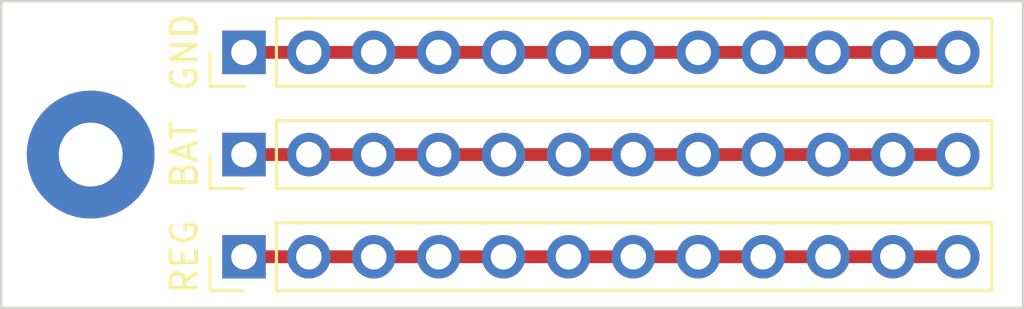
<source format=kicad_pcb>
(kicad_pcb (version 20221018) (generator pcbnew)
  (title_block (title "Proto Power Rails") (date "2023-06-10") (rev "0"))
  (layers (0 "F.Cu" signal) (31 "B.Cu" signal) (34 "B.Paste" user) (35 "F.Paste" user) (36 "B.SilkS" user "B.Silkscreen") (37 "F.SilkS" user "F.Silkscreen") (38 "B.Mask" user) (39 "F.Mask" user) (44 "Edge.Cuts" user))
  (net 0 "")
  (footprint "Connector_PinHeader_2.54mm:PinHeader_1x12_P2.54mm_Vertical" (layer "F.Cu") (at 137.5 102 90)
    (fp_text reference "GND" (at 0 -2.33 90) (layer "F.SilkS"))
    (fp_text value "PinHeader_1x12_P2.54mm_Vertical" hide)
    (fp_line (start -1.33 -1.33) (end 0 -1.33) (stroke (width 0.12)) (layer "F.SilkS"))
    (fp_line (start -1.33 0) (end -1.33 -1.33) (stroke (width 0.12)) (layer "F.SilkS"))
    (fp_line (start -1.33 1.27) (end -1.33 29.27) (stroke (width 0.12)) (layer "F.SilkS"))
    (fp_line (start -1.33 1.27) (end 1.33 1.27) (stroke (width 0.12)) (layer "F.SilkS"))
    (fp_line (start -1.33 29.27) (end 1.33 29.27) (stroke (width 0.12)) (layer "F.SilkS"))
    (fp_line (start 1.33 1.27) (end 1.33 29.27) (stroke (width 0.12)) (layer "F.SilkS"))
    (pad "1" thru_hole rect (at 0 0 90) (size 1.7 1.7) (drill 1) (layers "*.Cu" "*.Mask"))
    (pad "2" thru_hole oval (at 0 2.54 90) (size 1.7 1.7) (drill 1) (layers "*.Cu" "*.Mask"))
    (pad "3" thru_hole oval (at 0 5.08 90) (size 1.7 1.7) (drill 1) (layers "*.Cu" "*.Mask"))
    (pad "4" thru_hole oval (at 0 7.62 90) (size 1.7 1.7) (drill 1) (layers "*.Cu" "*.Mask"))
    (pad "5" thru_hole oval (at 0 10.16 90) (size 1.7 1.7) (drill 1) (layers "*.Cu" "*.Mask"))
    (pad "6" thru_hole oval (at 0 12.7 90) (size 1.7 1.7) (drill 1) (layers "*.Cu" "*.Mask"))
    (pad "7" thru_hole oval (at 0 15.24 90) (size 1.7 1.7) (drill 1) (layers "*.Cu" "*.Mask"))
    (pad "8" thru_hole oval (at 0 17.78 90) (size 1.7 1.7) (drill 1) (layers "*.Cu" "*.Mask"))
    (pad "9" thru_hole oval (at 0 20.32 90) (size 1.7 1.7) (drill 1) (layers "*.Cu" "*.Mask"))
    (pad "10" thru_hole oval (at 0 22.86 90) (size 1.7 1.7) (drill 1) (layers "*.Cu" "*.Mask"))
    (pad "11" thru_hole oval (at 0 25.4 90) (size 1.7 1.7) (drill 1) (layers "*.Cu" "*.Mask"))
    (pad "12" thru_hole oval (at 0 27.94 90) (size 1.7 1.7) (drill 1) (layers "*.Cu" "*.Mask"))
  )
  (footprint "MountingHole:MountingHole_2.5mm_Pad" (layer "F.Cu") (at 131.5 106)
    (fp_text reference "REF**" hide)
    (fp_text value "MountingHole_2.5mm_Pad" hide)
    (pad "1" thru_hole circle (at 0 0) (size 5 5) (drill 2.5) (layers "*.Cu" "*.Mask"))
  )
  (footprint "Connector_PinHeader_2.54mm:PinHeader_1x12_P2.54mm_Vertical" (layer "F.Cu") (at 137.5 110 90)
    (fp_text reference "REG" (at 0 -2.33 90) (layer "F.SilkS"))
    (fp_text value "PinHeader_1x12_P2.54mm_Vertical" hide)
    (fp_line (start -1.33 -1.33) (end 0 -1.33) (stroke (width 0.12)) (layer "F.SilkS"))
    (fp_line (start -1.33 0) (end -1.33 -1.33) (stroke (width 0.12)) (layer "F.SilkS"))
    (fp_line (start -1.33 1.27) (end -1.33 29.27) (stroke (width 0.12)) (layer "F.SilkS"))
    (fp_line (start -1.33 1.27) (end 1.33 1.27) (stroke (width 0.12)) (layer "F.SilkS"))
    (fp_line (start -1.33 29.27) (end 1.33 29.27) (stroke (width 0.12)) (layer "F.SilkS"))
    (fp_line (start 1.33 1.27) (end 1.33 29.27) (stroke (width 0.12)) (layer "F.SilkS"))
    (pad "1" thru_hole rect (at 0 0 90) (size 1.7 1.7) (drill 1) (layers "*.Cu" "*.Mask"))
    (pad "2" thru_hole oval (at 0 2.54 90) (size 1.7 1.7) (drill 1) (layers "*.Cu" "*.Mask"))
    (pad "3" thru_hole oval (at 0 5.08 90) (size 1.7 1.7) (drill 1) (layers "*.Cu" "*.Mask"))
    (pad "4" thru_hole oval (at 0 7.62 90) (size 1.7 1.7) (drill 1) (layers "*.Cu" "*.Mask"))
    (pad "5" thru_hole oval (at 0 10.16 90) (size 1.7 1.7) (drill 1) (layers "*.Cu" "*.Mask"))
    (pad "6" thru_hole oval (at 0 12.7 90) (size 1.7 1.7) (drill 1) (layers "*.Cu" "*.Mask"))
    (pad "7" thru_hole oval (at 0 15.24 90) (size 1.7 1.7) (drill 1) (layers "*.Cu" "*.Mask"))
    (pad "8" thru_hole oval (at 0 17.78 90) (size 1.7 1.7) (drill 1) (layers "*.Cu" "*.Mask"))
    (pad "9" thru_hole oval (at 0 20.32 90) (size 1.7 1.7) (drill 1) (layers "*.Cu" "*.Mask"))
    (pad "10" thru_hole oval (at 0 22.86 90) (size 1.7 1.7) (drill 1) (layers "*.Cu" "*.Mask"))
    (pad "11" thru_hole oval (at 0 25.4 90) (size 1.7 1.7) (drill 1) (layers "*.Cu" "*.Mask"))
    (pad "12" thru_hole oval (at 0 27.94 90) (size 1.7 1.7) (drill 1) (layers "*.Cu" "*.Mask"))
  )
  (footprint "Connector_PinHeader_2.54mm:PinHeader_1x12_P2.54mm_Vertical" (layer "F.Cu") (at 137.5 106 90)
    (fp_text reference "BAT" (at 0 -2.33 90) (layer "F.SilkS"))
    (fp_text value "PinHeader_1x12_P2.54mm_Vertical" hide)
    (fp_line (start -1.33 -1.33) (end 0 -1.33) (stroke (width 0.12)) (layer "F.SilkS"))
    (fp_line (start -1.33 0) (end -1.33 -1.33) (stroke (width 0.12)) (layer "F.SilkS"))
    (fp_line (start -1.33 1.27) (end -1.33 29.27) (stroke (width 0.12)) (layer "F.SilkS"))
    (fp_line (start -1.33 1.27) (end 1.33 1.27) (stroke (width 0.12)) (layer "F.SilkS"))
    (fp_line (start -1.33 29.27) (end 1.33 29.27) (stroke (width 0.12)) (layer "F.SilkS"))
    (fp_line (start 1.33 1.27) (end 1.33 29.27) (stroke (width 0.12)) (layer "F.SilkS"))
    (pad "1" thru_hole rect (at 0 0 90) (size 1.7 1.7) (drill 1) (layers "*.Cu" "*.Mask"))
    (pad "2" thru_hole oval (at 0 2.54 90) (size 1.7 1.7) (drill 1) (layers "*.Cu" "*.Mask"))
    (pad "3" thru_hole oval (at 0 5.08 90) (size 1.7 1.7) (drill 1) (layers "*.Cu" "*.Mask"))
    (pad "4" thru_hole oval (at 0 7.62 90) (size 1.7 1.7) (drill 1) (layers "*.Cu" "*.Mask"))
    (pad "5" thru_hole oval (at 0 10.16 90) (size 1.7 1.7) (drill 1) (layers "*.Cu" "*.Mask"))
    (pad "6" thru_hole oval (at 0 12.7 90) (size 1.7 1.7) (drill 1) (layers "*.Cu" "*.Mask"))
    (pad "7" thru_hole oval (at 0 15.24 90) (size 1.7 1.7) (drill 1) (layers "*.Cu" "*.Mask"))
    (pad "8" thru_hole oval (at 0 17.78 90) (size 1.7 1.7) (drill 1) (layers "*.Cu" "*.Mask"))
    (pad "9" thru_hole oval (at 0 20.32 90) (size 1.7 1.7) (drill 1) (layers "*.Cu" "*.Mask"))
    (pad "10" thru_hole oval (at 0 22.86 90) (size 1.7 1.7) (drill 1) (layers "*.Cu" "*.Mask"))
    (pad "11" thru_hole oval (at 0 25.4 90) (size 1.7 1.7) (drill 1) (layers "*.Cu" "*.Mask"))
    (pad "12" thru_hole oval (at 0 27.94 90) (size 1.7 1.7) (drill 1) (layers "*.Cu" "*.Mask"))
  )
  (gr_rect (start 128 100) (end 168 112) (stroke (width 0.1)) (fill none) (layer "Edge.Cuts"))
  (segment (start 162.9 102) (end 165.44 102) (width 0.5) (layer "F.Cu") (net 0))
  (segment (start 152.74 106) (end 155.28 106) (width 0.5) (layer "F.Cu") (net 0))
  (segment (start 140.04 102) (end 142.58 102) (width 0.5) (layer "F.Cu") (net 0))
  (segment (start 160.36 106) (end 162.9 106) (width 0.5) (layer "F.Cu") (net 0))
  (segment (start 147.66 102) (end 150.2 102) (width 0.5) (layer "F.Cu") (net 0))
  (segment (start 160.36 110) (end 162.9 110) (width 0.5) (layer "F.Cu") (net 0))
  (segment (start 150.2 106) (end 152.74 106) (width 0.5) (layer "F.Cu") (net 0))
  (segment (start 157.82 106) (end 160.36 106) (width 0.5) (layer "F.Cu") (net 0))
  (segment (start 150.2 102) (end 152.74 102) (width 0.5) (layer "F.Cu") (net 0))
  (segment (start 155.28 102) (end 157.82 102) (width 0.5) (layer "F.Cu") (net 0))
  (segment (start 145.12 110) (end 147.66 110) (width 0.5) (layer "F.Cu") (net 0))
  (segment (start 147.66 106) (end 150.2 106) (width 0.5) (layer "F.Cu") (net 0))
  (segment (start 152.74 110) (end 155.28 110) (width 0.5) (layer "F.Cu") (net 0))
  (segment (start 145.12 106) (end 147.66 106) (width 0.5) (layer "F.Cu") (net 0))
  (segment (start 160.36 102) (end 162.9 102) (width 0.5) (layer "F.Cu") (net 0))
  (segment (start 155.28 110) (end 157.82 110) (width 0.5) (layer "F.Cu") (net 0))
  (segment (start 152.74 102) (end 155.28 102) (width 0.5) (layer "F.Cu") (net 0))
  (segment (start 157.82 102) (end 160.36 102) (width 0.5) (layer "F.Cu") (net 0))
  (segment (start 142.58 102) (end 145.12 102) (width 0.5) (layer "F.Cu") (net 0))
  (segment (start 162.9 110) (end 165.44 110) (width 0.5) (layer "F.Cu") (net 0))
  (segment (start 157.82 110) (end 160.36 110) (width 0.5) (layer "F.Cu") (net 0))
  (segment (start 140.04 106) (end 142.58 106) (width 0.5) (layer "F.Cu") (net 0))
  (segment (start 140.04 110) (end 142.58 110) (width 0.5) (layer "F.Cu") (net 0))
  (segment (start 142.58 110) (end 145.12 110) (width 0.5) (layer "F.Cu") (net 0))
  (segment (start 155.28 106) (end 157.82 106) (width 0.5) (layer "F.Cu") (net 0))
  (segment (start 150.2 110) (end 152.74 110) (width 0.5) (layer "F.Cu") (net 0))
  (segment (start 162.9 106) (end 165.44 106) (width 0.5) (layer "F.Cu") (net 0))
  (segment (start 142.58 106) (end 145.12 106) (width 0.5) (layer "F.Cu") (net 0))
  (segment (start 137.5 102) (end 140.04 102) (width 0.5) (layer "F.Cu") (net 0))
  (segment (start 145.12 102) (end 147.66 102) (width 0.5) (layer "F.Cu") (net 0))
  (segment (start 137.5 106) (end 140.04 106) (width 0.5) (layer "F.Cu") (net 0))
  (segment (start 137.5 110) (end 140.04 110) (width 0.5) (layer "F.Cu") (net 0))
  (segment (start 147.66 110) (end 150.2 110) (width 0.5) (layer "F.Cu") (net 0))
)
</source>
